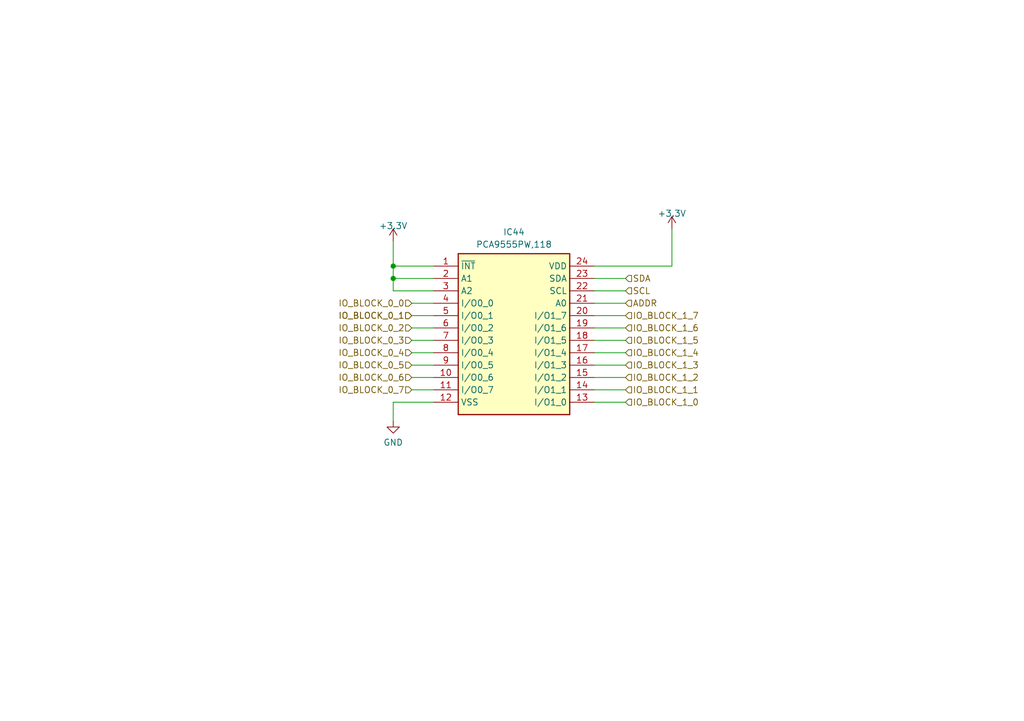
<source format=kicad_sch>
(kicad_sch (version 20230121) (generator eeschema)
  (paper "A5")
  (title_block (date "2023-04-23") (rev "1") (company "UPB - FIIR - Roboți și sisteme de producție") (comment 1 "Alexandru-Ioan Anastasiu"))
  (lib_symbols
    (symbol "PCA9555PW_118:PCA9555PW,118"
      (property "Reference" "IC" (at 29.21 7.62 0))
      (property "Value" "PCA9555PW,118" (at 29.21 5.08 0))
      (symbol "PCA9555PW,118_1_1"
        (rectangle (start 5.08 2.54) (end 27.94 -30.48) (stroke (width 0.254)) (fill (type background)))
        (pin passive line (at 0 0 0) (length 5.08) (name "~{INT}") (number "1"))
        (pin passive line (at 0 -22.86 0) (length 5.08) (name "I/O0_6") (number "10"))
        (pin passive line (at 0 -25.4 0) (length 5.08) (name "I/O0_7") (number "11"))
        (pin passive line (at 0 -27.94 0) (length 5.08) (name "VSS") (number "12"))
        (pin passive line (at 33.02 -27.94 180) (length 5.08) (name "I/O1_0") (number "13"))
        (pin passive line (at 33.02 -25.4 180) (length 5.08) (name "I/O1_1") (number "14"))
        (pin passive line (at 33.02 -22.86 180) (length 5.08) (name "I/O1_2") (number "15"))
        (pin passive line (at 33.02 -20.32 180) (length 5.08) (name "I/O1_3") (number "16"))
        (pin passive line (at 33.02 -17.78 180) (length 5.08) (name "I/O1_4") (number "17"))
        (pin passive line (at 33.02 -15.24 180) (length 5.08) (name "I/O1_5") (number "18"))
        (pin passive line (at 33.02 -12.7 180) (length 5.08) (name "I/O1_6") (number "19"))
        (pin passive line (at 0 -2.54 0) (length 5.08) (name "A1") (number "2"))
        (pin passive line (at 33.02 -10.16 180) (length 5.08) (name "I/O1_7") (number "20"))
        (pin passive line (at 33.02 -7.62 180) (length 5.08) (name "A0") (number "21"))
        (pin passive line (at 33.02 -5.08 180) (length 5.08) (name "SCL") (number "22"))
        (pin passive line (at 33.02 -2.54 180) (length 5.08) (name "SDA") (number "23"))
        (pin passive line (at 33.02 0 180) (length 5.08) (name "VDD") (number "24"))
        (pin passive line (at 0 -5.08 0) (length 5.08) (name "A2") (number "3"))
        (pin passive line (at 0 -7.62 0) (length 5.08) (name "I/O0_0") (number "4"))
        (pin passive line (at 0 -10.16 0) (length 5.08) (name "I/O0_1") (number "5"))
        (pin passive line (at 0 -12.7 0) (length 5.08) (name "I/O0_2") (number "6"))
        (pin passive line (at 0 -15.24 0) (length 5.08) (name "I/O0_3") (number "7"))
        (pin passive line (at 0 -17.78 0) (length 5.08) (name "I/O0_4") (number "8"))
        (pin passive line (at 0 -20.32 0) (length 5.08) (name "I/O0_5") (number "9"))
      )
    )
    (symbol "power:+3.3V" (power) (pin_names (offset 0))
      (property "Value" "+3.3V" (at 0 3.556 0))
      (symbol "+3.3V_0_1"
        (polyline (pts (xy -0.762 1.27) (xy 0 2.54)))
        (polyline (pts (xy 0 0) (xy 0 2.54)))
        (polyline (pts (xy 0 2.54) (xy 0.762 1.27)))
      )
      (symbol "+3.3V_1_1"
        (pin power_in line (at 0 0 90) (length 0) hide (name "+3.3V") (number "1"))
      )
    )
    (symbol "power:GND" (power) (pin_names (offset 0))
      (property "Value" "GND" (at 0 -3.81 0))
      (symbol "GND_0_1"
        (polyline (pts (xy 0 0) (xy 0 -1.27) (xy 1.27 -1.27) (xy 0 -2.54) (xy -1.27 -1.27) (xy 0 -1.27)))
      )
      (symbol "GND_1_1"
        (pin power_in line (at 0 0 270) (length 0) hide (name "GND") (number "1"))
      )
    )
  )
  (junction (at 80.645 54.61))
  (junction (at 80.645 57.15))
  (wire (pts (xy 84.455 64.77) (xy 88.9 64.77)))
  (wire (pts (xy 84.455 67.31) (xy 88.9 67.31)))
  (wire (pts (xy 121.92 59.69) (xy 128.27 59.69)))
  (wire (pts (xy 84.455 62.23) (xy 88.9 62.23)))
  (wire (pts (xy 137.795 54.61) (xy 137.795 46.99)))
  (wire (pts (xy 121.92 77.47) (xy 128.27 77.47)))
  (wire (pts (xy 88.9 82.55) (xy 80.645 82.55)))
  (wire (pts (xy 121.92 62.23) (xy 128.27 62.23)))
  (wire (pts (xy 88.9 57.15) (xy 80.645 57.15)))
  (wire (pts (xy 84.455 69.85) (xy 88.9 69.85)))
  (wire (pts (xy 80.645 82.55) (xy 80.645 86.36)))
  (wire (pts (xy 121.92 72.39) (xy 128.27 72.39)))
  (wire (pts (xy 84.455 80.01) (xy 88.9 80.01)))
  (wire (pts (xy 80.645 57.15) (xy 80.645 54.61)))
  (wire (pts (xy 80.645 54.61) (xy 80.645 49.53)))
  (wire (pts (xy 121.92 74.93) (xy 128.27 74.93)))
  (wire (pts (xy 84.455 72.39) (xy 88.9 72.39)))
  (wire (pts (xy 80.645 54.61) (xy 88.9 54.61)))
  (wire (pts (xy 121.92 82.55) (xy 128.27 82.55)))
  (wire (pts (xy 121.92 54.61) (xy 137.795 54.61)))
  (wire (pts (xy 121.92 64.77) (xy 128.27 64.77)))
  (wire (pts (xy 80.645 59.69) (xy 80.645 57.15)))
  (wire (pts (xy 84.455 74.93) (xy 88.9 74.93)))
  (wire (pts (xy 121.92 67.31) (xy 128.27 67.31)))
  (wire (pts (xy 121.92 80.01) (xy 128.27 80.01)))
  (wire (pts (xy 121.92 69.85) (xy 128.27 69.85)))
  (wire (pts (xy 84.455 77.47) (xy 88.9 77.47)))
  (wire (pts (xy 121.92 57.15) (xy 128.27 57.15)))
  (wire (pts (xy 88.9 59.69) (xy 80.645 59.69)))
  (hierarchical_label "IO_BLOCK_1_2" (shape input) (at 128.27 77.47 0))
  (hierarchical_label "IO_BLOCK_0_1" (shape input) (at 84.455 64.77 180))
  (hierarchical_label "IO_BLOCK_1_5" (shape input) (at 128.27 69.85 0))
  (hierarchical_label "IO_BLOCK_1_1" (shape input) (at 128.27 80.01 0))
  (hierarchical_label "IO_BLOCK_1_7" (shape input) (at 128.27 64.77 0))
  (hierarchical_label "IO_BLOCK_0_6" (shape input) (at 84.455 77.47 180))
  (hierarchical_label "IO_BLOCK_1_3" (shape input) (at 128.27 74.93 0))
  (hierarchical_label "IO_BLOCK_1_4" (shape input) (at 128.27 72.39 0))
  (hierarchical_label "IO_BLOCK_0_7" (shape input) (at 84.455 80.01 180))
  (hierarchical_label "IO_BLOCK_0_3" (shape input) (at 84.455 69.85 180))
  (hierarchical_label "IO_BLOCK_0_2" (shape input) (at 84.455 67.31 180))
  (hierarchical_label "IO_BLOCK_0_4" (shape input) (at 84.455 72.39 180))
  (hierarchical_label "IO_BLOCK_0_1" (shape input) (at 84.455 64.77 180))
  (hierarchical_label "IO_BLOCK_0_5" (shape input) (at 84.455 74.93 180))
  (hierarchical_label "IO_BLOCK_0_0" (shape input) (at 84.455 62.23 180))
  (hierarchical_label "IO_BLOCK_1_0" (shape input) (at 128.27 82.55 0))
  (hierarchical_label "IO_BLOCK_1_6" (shape input) (at 128.27 67.31 0))
  (hierarchical_label "SDA" (shape input) (at 128.27 57.15 0))
  (hierarchical_label "SCL" (shape input) (at 128.27 59.69 0))
  (hierarchical_label "ADDR" (shape input) (at 128.27 62.23 0))
  (symbol (lib_id "PCA9555PW_118:PCA9555PW,118") (at 88.9 54.61 0) (unit 1)
    (property "Reference" "IC44" (at 105.41 47.625 0))
    (property "Value" "PCA9555PW,118" (at 105.41 50.165 0))
    (property "Footprint" "PCA9555PW,118:SOP65P640X110-24N" (effects hide))
    (property "Datasheet" "http://www.nxp.com/docs/en/data-sheet/PCA9555.pdf" (effects hide))
    (property "Height" "1.1" (effects hide))
    (property "Mouser Part Number" "771-PCA9555PW-T" (effects hide))
    (property "Mouser Price/Stock" "https://www.mouser.co.uk/ProductDetail/NXP-Semiconductors/PCA9555PW118?qs=LOCUfHb8d9tg%2FDVhTFcZVQ%3D%3D" (effects hide))
    (property "Manufacturer_Name" "NXP" (effects hide))
    (property "Manufacturer_Part_Number" "PCA9555PW,118" (effects hide))
    (instances (project "PLC-CIM" (path "" (reference "IC44") (unit 1)) (path "" (reference "IC44") (unit 1)) (path "" (reference "IC46") (unit 1))))
  )
  (symbol (lib_id "power:+3.3V") (at 137.795 46.99 0) (unit 1)
    (property "Reference" "#PWR0118" (effects hide))
    (property "Value" "+3.3V" (at 137.795 43.815 0))
    (instances (project "PLC-CIM" (path "" (reference "#PWR0118") (unit 1)) (path "" (reference "#PWR0123") (unit 1))))
  )
  (symbol (lib_id "power:+3.3V") (at 80.645 49.53 0) (unit 1)
    (property "Reference" "#PWR0119" (effects hide))
    (property "Value" "+3.3V" (at 80.645 46.355 0))
    (instances (project "PLC-CIM" (path "" (reference "#PWR0119") (unit 1)) (path "" (reference "#PWR0121") (unit 1))))
  )
  (symbol (lib_id "power:GND") (at 80.645 86.36 0) (unit 1)
    (property "Reference" "#PWR0120" (effects hide))
    (property "Value" "GND" (at 80.645 90.805 0))
    (instances (project "PLC-CIM" (path "" (reference "#PWR0120") (unit 1)) (path "" (reference "#PWR0122") (unit 1))))
  )
)
</source>
